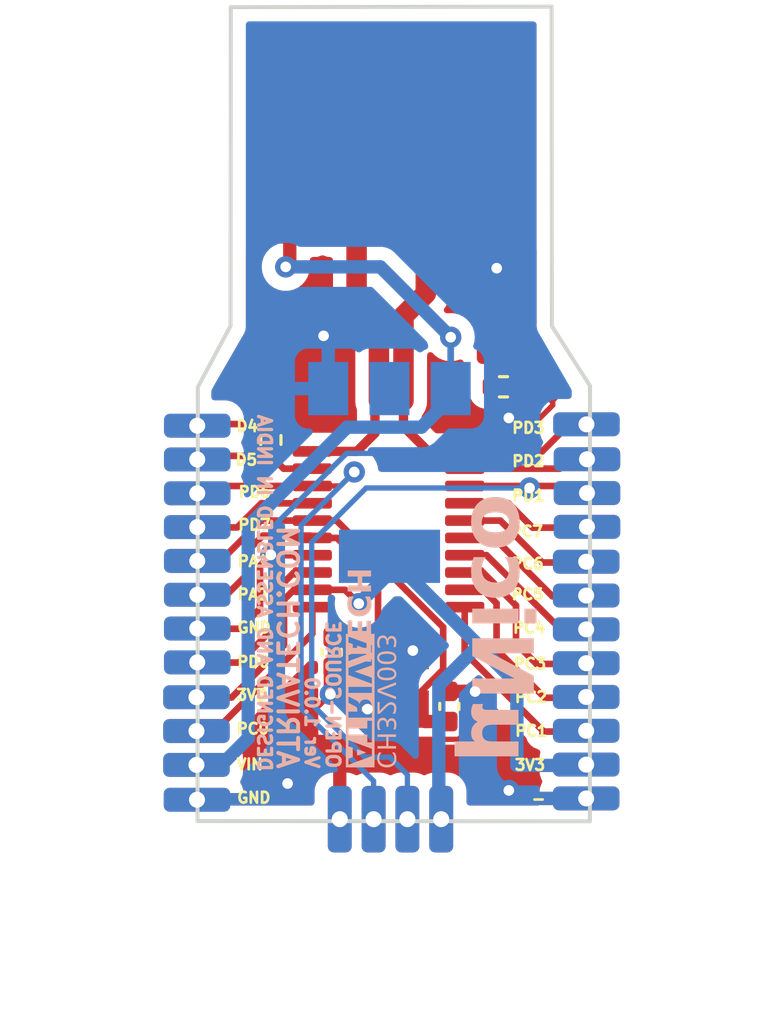
<source format=kicad_pcb>
(kicad_pcb (version 20221018) (generator pcbnew)
  (title_block (title "MICRO NICO") (date "2024-05-15") (rev "1.0.1") (company "AtrivaTECH") (comment 1 "CH32V003"))
  (layers (0 "F.Cu" signal) (31 "B.Cu" signal) (34 "B.Paste" user) (35 "F.Paste" user) (36 "B.SilkS" user "B.Silkscreen") (37 "F.SilkS" user "F.Silkscreen") (38 "B.Mask" user) (39 "F.Mask" user) (44 "Edge.Cuts" user))
  (net 0 "")
  (net 1 "+5V")
  (net 2 "GND")
  (net 3 "+3.3V")
  (net 4 "D-")
  (net 5 "D+")
  (net 6 "DFZ")
  (net 7 "OSCI")
  (net 8 "OSCO")
  (net 9 "PD2")
  (net 10 "PD1")
  (net 11 "PC7")
  (net 12 "PC6")
  (net 13 "PC5")
  (net 14 "PC4")
  (net 15 "PC3")
  (net 16 "PC2")
  (net 17 "PC1")
  (net 18 "PC0")
  (net 19 "PD0")
  (net 20 "PD7")
  (net 21 "PD6")
  (net 22 "Net-(D1-A)")
  (net 23 "Net-(JP1-B)")
  (footprint "Resistor_SMD:R_0402_1005Metric_Pad0.72x0.64mm_HandSolder" (layer "F.Cu") (at 96.4804 62.3072 90)
    (fp_text reference "R1" hide)
    (fp_text value "1.5K")
    (fp_line (start -0.167621 -0.38) (end 0.167621 -0.38) (stroke (width 0.12)) (layer "F.SilkS"))
    (fp_line (start -0.167621 0.38) (end 0.167621 0.38) (stroke (width 0.12)) (layer "F.SilkS"))
    (pad "1" smd roundrect (at -0.5975 0 90) (size 0.715 0.64) (layers "F.Cu" "F.Paste" "F.Mask") (net 6 "DFZ"))
    (pad "2" smd roundrect (at 0.5975 0 90) (size 0.715 0.64) (layers "F.Cu" "F.Paste" "F.Mask") (net 4 "D-"))
  )
  (footprint "pads:pads-1*12" (layer "F.Cu") (at 93.866 73.59)
    (fp_text reference "J3" hide)
    (fp_text value "Conn_01x12_Socket")
    (pad "1" thru_hole roundrect (at -0.16 2.23 180) (size 2.5 0.9) (drill 0.6) (layers "*.Cu" "*.Mask") (net 2 "GND"))
    (pad "2" thru_hole roundrect (at -0.18 0.92 180) (size 2.5 0.9) (drill 0.6) (layers "*.Cu" "*.Mask") (net 1 "+5V"))
    (pad "3" thru_hole roundrect (at -0.18 -0.35 180) (size 2.5 0.9) (drill 0.6) (layers "*.Cu" "*.Mask") (net 18 "PC0"))
    (pad "4" thru_hole roundrect (at -0.18 -1.62 180) (size 2.5 0.9) (drill 0.6) (layers "*.Cu" "*.Mask") (net 3 "+3.3V"))
    (pad "5" thru_hole roundrect (at -0.15 -2.93 180) (size 2.5 0.9) (drill 0.6) (layers "*.Cu" "*.Mask") (net 19 "PD0"))
    (pad "6" thru_hole roundrect (at -0.15 -4.2 180) (size 2.5 0.9) (drill 0.6) (layers "*.Cu" "*.Mask") (net 2 "GND"))
    (pad "7" thru_hole roundrect (at -0.15 -5.47 180) (size 2.5 0.9) (drill 0.6) (layers "*.Cu" "*.Mask") (net 8 "OSCO"))
    (pad "8" thru_hole roundrect (at -0.15 -6.74 180) (size 2.5 0.9) (drill 0.6) (layers "*.Cu" "*.Mask") (net 7 "OSCI"))
    (pad "9" thru_hole roundrect (at -0.15 -8.01 180) (size 2.5 0.9) (drill 0.6) (layers "*.Cu" "*.Mask") (net 20 "PD7"))
    (pad "10" thru_hole roundrect (at -0.15 -9.28 180) (size 2.5 0.9) (drill 0.6) (layers "*.Cu" "*.Mask") (net 21 "PD6"))
    (pad "11" thru_hole roundrect (at -0.15 -10.55 180) (size 2.5 0.9) (drill 0.6) (layers "*.Cu" "*.Mask") (net 6 "DFZ"))
    (pad "12" thru_hole roundrect (at -0.15 -11.82 180) (size 2.5 0.9) (drill 0.6) (layers "*.Cu" "*.Mask") (net 4 "D-"))
  )
  (footprint "Crystal:Crystal_SMD_3225-4Pin_3.2x2.5mm" (layer "F.Cu") (at 100.9644 71.3164 90)
    (fp_text reference "Y1" hide)
    (fp_text value "3225_12Mhz")
    (pad "1" smd rect (at -1.1 0.85 90) (size 1.4 1.2) (layers "F.Cu" "F.Paste" "F.Mask") (net 7 "OSCI"))
    (pad "2" smd rect (at 1.1 0.85 90) (size 1.4 1.2) (layers "F.Cu" "F.Paste" "F.Mask") (net 2 "GND"))
    (pad "3" smd rect (at 1.1 -0.85 90) (size 1.4 1.2) (layers "F.Cu" "F.Paste" "F.Mask") (net 8 "OSCO"))
    (pad "4" smd rect (at -1.1 -0.85 90) (size 1.4 1.2) (layers "F.Cu" "F.Paste" "F.Mask") (net 2 "GND"))
  )
  (footprint "Resistor_SMD:R_0402_1005Metric" (layer "F.Cu") (at 105.22 60.31 180)
    (fp_text reference "R2" hide)
    (fp_text value "220")
    (fp_line (start -0.153641 -0.38) (end 0.153641 -0.38) (stroke (width 0.12)) (layer "F.SilkS"))
    (fp_line (start -0.153641 0.38) (end 0.153641 0.38) (stroke (width 0.12)) (layer "F.SilkS"))
    (pad "1" smd roundrect (at -0.51 0 180) (size 0.54 0.64) (layers "F.Cu" "F.Paste" "F.Mask") (net 23 "Net-(JP1-B)"))
    (pad "2" smd roundrect (at 0.51 0 180) (size 0.54 0.64) (layers "F.Cu" "F.Paste" "F.Mask") (net 22 "Net-(D1-A)"))
  )
  (footprint "Package_SO:TSSOP-20_4.4x6.5mm_P0.65mm" (layer "F.Cu") (at 100.9 65.66)
    (fp_text reference "U1" hide)
    (fp_text value "CH32V003F4P6")
    (pad "1" smd roundrect (at -2.8625 -2.925) (size 1.475 0.4) (layers "F.Cu" "F.Paste" "F.Mask") (net 4 "D-"))
    (pad "2" smd roundrect (at -2.8625 -2.275) (size 1.475 0.4) (layers "F.Cu" "F.Paste" "F.Mask") (net 6 "DFZ"))
    (pad "3" smd roundrect (at -2.8625 -1.625) (size 1.475 0.4) (layers "F.Cu" "F.Paste" "F.Mask") (net 21 "PD6"))
    (pad "4" smd roundrect (at -2.8625 -0.975) (size 1.475 0.4) (layers "F.Cu" "F.Paste" "F.Mask") (net 20 "PD7"))
    (pad "5" smd roundrect (at -2.8625 -0.325) (size 1.475 0.4) (layers "F.Cu" "F.Paste" "F.Mask") (net 7 "OSCI"))
    (pad "6" smd roundrect (at -2.8625 0.325) (size 1.475 0.4) (layers "F.Cu" "F.Paste" "F.Mask") (net 8 "OSCO"))
    (pad "7" smd roundrect (at -2.8625 0.975) (size 1.475 0.4) (layers "F.Cu" "F.Paste" "F.Mask") (net 2 "GND"))
    (pad "8" smd roundrect (at -2.8625 1.625) (size 1.475 0.4) (layers "F.Cu" "F.Paste" "F.Mask") (net 19 "PD0"))
    (pad "9" smd roundrect (at -2.8625 2.275) (size 1.475 0.4) (layers "F.Cu" "F.Paste" "F.Mask") (net 3 "+3.3V"))
    (pad "10" smd roundrect (at -2.8625 2.925) (size 1.475 0.4) (layers "F.Cu" "F.Paste" "F.Mask") (net 18 "PC0"))
    (pad "11" smd roundrect (at 2.8625 2.925) (size 1.475 0.4) (layers "F.Cu" "F.Paste" "F.Mask") (net 17 "PC1"))
    (pad "12" smd roundrect (at 2.8625 2.275) (size 1.475 0.4) (layers "F.Cu" "F.Paste" "F.Mask") (net 16 "PC2"))
    (pad "13" smd roundrect (at 2.8625 1.625) (size 1.475 0.4) (layers "F.Cu" "F.Paste" "F.Mask") (net 15 "PC3"))
    (pad "14" smd roundrect (at 2.8625 0.975) (size 1.475 0.4) (layers "F.Cu" "F.Paste" "F.Mask") (net 14 "PC4"))
    (pad "15" smd roundrect (at 2.8625 0.325) (size 1.475 0.4) (layers "F.Cu" "F.Paste" "F.Mask") (net 13 "PC5"))
    (pad "16" smd roundrect (at 2.8625 -0.325) (size 1.475 0.4) (layers "F.Cu" "F.Paste" "F.Mask") (net 12 "PC6"))
    (pad "17" smd roundrect (at 2.8625 -0.975) (size 1.475 0.4) (layers "F.Cu" "F.Paste" "F.Mask") (net 11 "PC7"))
    (pad "18" smd roundrect (at 2.8625 -1.625) (size 1.475 0.4) (layers "F.Cu" "F.Paste" "F.Mask") (net 10 "PD1"))
    (pad "19" smd roundrect (at 2.8625 -2.275) (size 1.475 0.4) (layers "F.Cu" "F.Paste" "F.Mask") (net 9 "PD2"))
    (pad "20" smd roundrect (at 2.8625 -2.925) (size 1.475 0.4) (layers "F.Cu" "F.Paste" "F.Mask") (net 5 "D+"))
  )
  (footprint "pads:pads__1x04" (layer "F.Cu") (at 104.76 76.73 90)
    (fp_text reference "J4" hide)
    (fp_text value "Conn_01x04_Socket")
    (pad "1" thru_hole roundrect (at 0.18 -1.88 270) (size 2.5 0.9) (drill 0.6) (layers "*.Cu" "*.Mask") (net 3 "+3.3V"))
    (pad "2" thru_hole roundrect (at 0.18 -3.15 270) (size 2.5 0.9) (drill 0.6) (layers "*.Cu" "*.Mask") (net 10 "PD1"))
    (pad "3" thru_hole roundrect (at 0.18 -4.42 270) (size 2.5 0.9) (drill 0.6) (layers "*.Cu" "*.Mask") (net 21 "PD6"))
    (pad "4" thru_hole roundrect (at 0.18 -5.69 270) (size 2.5 0.9) (drill 0.6) (layers "*.Cu" "*.Mask") (net 2 "GND"))
  )
  (footprint "pads:pads-1*12" (layer "F.Cu") (at 108.176 63.95 180)
    (fp_text reference "J2" hide)
    (fp_text value "Conn_01x12_Socket")
    (pad "1" thru_hole roundrect (at -0.16 2.23) (size 2.5 0.9) (drill 0.6) (layers "*.Cu" "*.Mask") (net 5 "D+"))
    (pad "2" thru_hole roundrect (at -0.18 0.92) (size 2.5 0.9) (drill 0.6) (layers "*.Cu" "*.Mask") (net 9 "PD2"))
    (pad "3" thru_hole roundrect (at -0.18 -0.35) (size 2.5 0.9) (drill 0.6) (layers "*.Cu" "*.Mask") (net 10 "PD1"))
    (pad "4" thru_hole roundrect (at -0.18 -1.62) (size 2.5 0.9) (drill 0.6) (layers "*.Cu" "*.Mask") (net 11 "PC7"))
    (pad "5" thru_hole roundrect (at -0.15 -2.93) (size 2.5 0.9) (drill 0.6) (layers "*.Cu" "*.Mask") (net 12 "PC6"))
    (pad "6" thru_hole roundrect (at -0.15 -4.2) (size 2.5 0.9) (drill 0.6) (layers "*.Cu" "*.Mask") (net 13 "PC5"))
    (pad "7" thru_hole roundrect (at -0.15 -5.47) (size 2.5 0.9) (drill 0.6) (layers "*.Cu" "*.Mask") (net 14 "PC4"))
    (pad "8" thru_hole roundrect (at -0.15 -6.74) (size 2.5 0.9) (drill 0.6) (layers "*.Cu" "*.Mask") (net 15 "PC3"))
    (pad "9" thru_hole roundrect (at -0.15 -8.01) (size 2.5 0.9) (drill 0.6) (layers "*.Cu" "*.Mask") (net 16 "PC2"))
    (pad "10" thru_hole roundrect (at -0.15 -9.28) (size 2.5 0.9) (drill 0.6) (layers "*.Cu" "*.Mask") (net 17 "PC1"))
    (pad "11" thru_hole roundrect (at -0.15 -10.55) (size 2.5 0.9) (drill 0.6) (layers "*.Cu" "*.Mask") (net 3 "+3.3V"))
    (pad "12" thru_hole roundrect (at -0.15 -11.82) (size 2.5 0.9) (drill 0.6) (layers "*.Cu" "*.Mask") (net 2 "GND"))
  )
  (footprint "Capacitor_SMD:C_0402_1005Metric_Pad0.74x0.62mm_HandSolder" (layer "F.Cu") (at 98.7664 70.2828 90)
    (fp_text reference "C2" hide)
    (fp_text value "22pF")
    (fp_line (start -0.115835 -0.36) (end 0.115835 -0.36) (stroke (width 0.12)) (layer "F.SilkS"))
    (fp_line (start -0.115835 0.36) (end 0.115835 0.36) (stroke (width 0.12)) (layer "F.SilkS"))
    (pad "1" smd roundrect (at -0.5675 0 90) (size 0.735 0.62) (layers "F.Cu" "F.Paste" "F.Mask") (net 2 "GND"))
    (pad "2" smd roundrect (at 0.5675 0 90) (size 0.735 0.62) (layers "F.Cu" "F.Paste" "F.Mask") (net 8 "OSCO"))
  )
  (footprint "Connectors:usb-PCB" (layer "F.Cu") (at 101.0016 46.0315 180)
    (fp_text reference "J1" hide)
    (fp_text value "USB_A" hide)
    (pad "1" connect rect (at 3.81 -4.9 180) (size 1.9 8) (layers "F.Cu" "F.Mask") (net 1 "+5V"))
    (pad "2" connect rect (at 1.3 -5.15 180) (size 2 7.5) (layers "F.Cu" "F.Mask") (net 4 "D-"))
    (pad "3" connect rect (at -1.3 -5.15 180) (size 2 7.5) (layers "F.Cu" "F.Mask") (net 5 "D+"))
    (pad "4" connect rect (at -3.81 -4.9 180) (size 1.9 8) (layers "F.Cu" "F.Mask") (net 2 "GND"))
  )
  (footprint "jumpers:jumper-2-open" (layer "F.Cu") (at 108.151873 59.215284 135)
    (fp_text reference "JP1" hide)
    (fp_text value "Jumper_2_Open")
    (pad "1" smd roundrect (at -0.2 -1.73 135) (size 0.54 0.64) (layers "F.Cu" "F.Paste" "F.Mask") (net 5 "D+"))
    (pad "2" smd roundrect (at 0.37 -1.73 135) (size 0.54 0.64) (layers "F.Cu" "F.Paste" "F.Mask") (net 23 "Net-(JP1-B)"))
  )
  (footprint "Capacitor_SMD:C_0402_1005Metric_Pad0.74x0.62mm_HandSolder" (layer "F.Cu") (at 103.186 72.3148 -90)
    (fp_text reference "C1" hide)
    (fp_text value "22pF")
    (fp_line (start -0.115835 -0.36) (end 0.115835 -0.36) (stroke (width 0.12)) (layer "F.SilkS"))
    (fp_line (start -0.115835 0.36) (end 0.115835 0.36) (stroke (width 0.12)) (layer "F.SilkS"))
    (pad "1" smd roundrect (at -0.5675 0 270) (size 0.735 0.62) (layers "F.Cu" "F.Paste" "F.Mask") (net 2 "GND"))
    (pad "2" smd roundrect (at 0.5675 0 270) (size 0.735 0.62) (layers "F.Cu" "F.Paste" "F.Mask") (net 7 "OSCI"))
  )
  (footprint "LED_SMD:LED_0603_1608Metric" (layer "F.Cu") (at 105.44 58.98 180)
    (fp_text reference "D1" hide)
    (fp_text value "LED")
    (pad "1" smd roundrect (at -0.7875 0 180) (size 0.875 0.95) (layers "F.Cu" "F.Paste" "F.Mask") (net 2 "GND"))
    (pad "2" smd roundrect (at 0.7875 0 180) (size 0.875 0.95) (layers "F.Cu" "F.Paste" "F.Mask") (net 22 "Net-(D1-A)"))
  )
  (footprint "Package_TO_SOT_SMD:SOT-223-3_TabPin2" (layer "B.Cu") (at 100.9368 63.5268 -90)
    (fp_text reference "U2" hide)
    (fp_text value "AMS1117-3.3" hide)
    (pad "1" smd rect (at -3.15 2.3 270) (size 2 1.5) (layers "B.Cu" "B.Paste" "B.Mask") (net 2 "GND"))
    (pad "2" smd rect (at -3.15 0 270) (size 2 1.5) (layers "B.Cu" "B.Paste" "B.Mask") (net 3 "+3.3V"))
    (pad "2" smd rect (at 3.15 0 270) (size 2 3.8) (layers "B.Cu" "B.Paste" "B.Mask") (net 3 "+3.3V"))
    (pad "3" smd rect (at -3.15 -2.3 270) (size 2 1.5) (layers "B.Cu" "B.Paste" "B.Mask") (net 1 "+5V"))
  )
  (gr_line (start 94.976 46.05) (end 107.026 46.03) (stroke (width 0.15)) (layer "Edge.Cuts"))
  (gr_line (start 107.036 58.03) (end 108.4692 60.2752) (stroke (width 0.15)) (layer "Edge.Cuts"))
  (gr_line (start 94.966 58.02) (end 94.976 46.05) (stroke (width 0.15)) (layer "Edge.Cuts"))
  (gr_line (start 108.4692 60.2752) (end 108.466 76.63) (stroke (width 0.15)) (layer "Edge.Cuts"))
  (gr_line (start 108.466 76.63) (end 93.7254 76.62) (stroke (width 0.15)) (layer "Edge.Cuts"))
  (gr_line (start 93.7372 60.326) (end 93.7254 76.62) (stroke (width 0.15)) (layer "Edge.Cuts"))
  (gr_line (start 94.966 58.02) (end 93.7372 60.326) (stroke (width 0.15)) (layer "Edge.Cuts"))
  (gr_line (start 107.026 46.03) (end 107.036 58.03) (stroke (width 0.15)) (layer "Edge.Cuts"))
  (gr_text "μNico" (at 103.66 74.46 270) (layer "B.SilkS") (effects (font (size 2.27 2.27) (thickness 0.3016) bold italic) (justify left bottom mirror)))
  (gr_text "ATRIVATECH.COM" (at 96.66 74.73 270) (layer "B.SilkS") (effects (font (size 0.746 0.746)) (justify left bottom mirror)))
  (gr_text "DESIGNED AND ASSEMBLED IN INDIA" (at 95.95 74.81 270) (layer "B.SilkS") (effects (font (size 0.492 0.492) (thickness 0.123)) (justify left bottom mirror)))
  (gr_text "TECH" (at 99.22 70.64 270) (layer "B.SilkS") (effects (font (size 0.862 0.862) (thickness 0.2) bold) (justify left bottom mirror)))
  (gr_text "ATRIVA" (at 99.25 74.5095 270) (layer "B.SilkS" knockout) (effects (font (size 0.862 0.862) (thickness 0.2) bold) (justify left bottom mirror)))
  (gr_text "CH32V003" (at 100.37 74.66 270) (layer "B.SilkS") (effects (font (size 0.6842 0.6842) (thickness 0.10755) italic) (justify left bottom mirror)))
  (gr_text "OPEN-SOURCE \nVer 1.0.0" (at 97.73 74.7 270) (layer "B.SilkS") (effects (font (size 0.492 0.492) (thickness 0.123) bold) (justify left bottom mirror)))
  (gr_text "PD0" (at 95.16 70.88) (layer "F.SilkS") (effects (font (size 0.4048 0.4048) (thickness 0.1012)) (justify left bottom)))
  (gr_text "PC6" (at 105.46 67.19) (layer "F.SilkS") (effects (font (size 0.4048 0.4048) (thickness 0.1012)) (justify left bottom)))
  (gr_text "VIN" (at 95.14 74.73) (layer "F.SilkS") (effects (font (size 0.4048 0.4048) (thickness 0.1012)) (justify left bottom)))
  (gr_text "PD7" (at 95.2 65.73) (layer "F.SilkS") (effects (font (size 0.4048 0.4048) (thickness 0.1012)) (justify left bottom)))
  (gr_text "PA2" (at 95.17 68.35) (layer "F.SilkS") (effects (font (size 0.4048 0.4048) (thickness 0.1012)) (justify left bottom)))
  (gr_text "PC1" (at 105.6 73.47) (layer "F.SilkS") (effects (font (size 0.4048 0.4048) (thickness 0.1012)) (justify left bottom)))
  (gr_text "PC4" (at 105.52 69.6) (layer "F.SilkS") (effects (font (size 0.4048 0.4048) (thickness 0.1012)) (justify left bottom)))
  (gr_text "PC0" (at 95.14 73.39) (layer "F.SilkS") (effects (font (size 0.4048 0.4048) (thickness 0.1012)) (justify left bottom)))
  (gr_text "PD1" (at 105.49 64.63) (layer "F.SilkS") (effects (font (size 0.4048 0.4048) (thickness 0.1012)) (justify left bottom)))
  (gr_text "D5" (at 95.1 63.29) (layer "F.SilkS") (effects (font (size 0.4048 0.4048) (thickness 0.1012)) (justify left bottom)))
  (gr_text "D4" (at 95.13 62.03) (layer "F.SilkS") (effects (font (size 0.4048 0.4048) (thickness 0.1012)) (justify left bottom)))
  (gr_text "PD3" (at 105.49 62.09) (layer "F.SilkS") (effects (font (size 0.4048 0.4048) (thickness 0.1012)) (justify left bottom)))
  (gr_text "PA1" (at 95.18 67.1) (layer "F.SilkS") (effects (font (size 0.4048 0.4048) (thickness 0.1012)) (justify left bottom)))
  (gr_text "3V3" (at 95.13 72.12) (layer "F.SilkS") (effects (font (size 0.4048 0.4048) (thickness 0.1012)) (justify left bottom)))
  (gr_text "PC7" (at 105.43 65.98) (layer "F.SilkS") (effects (font (size 0.4048 0.4048) (thickness 0.1012)) (justify left bottom)))
  (gr_text "PD6" (at 95.21 64.5) (layer "F.SilkS") (effects (font (size 0.4048 0.4048) (thickness 0.1012)) (justify left bottom)))
  (gr_text "-" (at 106.22 76.02) (layer "F.SilkS") (effects (font (size 0.4048 0.4048) (thickness 0.1012)) (justify left bottom)))
  (gr_text "GND" (at 95.16 75.98) (layer "F.SilkS") (effects (font (size 0.4048 0.4048) (thickness 0.1012)) (justify left bottom)))
  (gr_text "PC3" (at 105.55 70.95) (layer "F.SilkS") (effects (font (size 0.4048 0.4048) (thickness 0.1012)) (justify left bottom)))
  (gr_text "3V3" (at 105.59 74.75) (layer "F.SilkS") (effects (font (size 0.4048 0.4048) (thickness 0.1012)) (justify left bottom)))
  (gr_text "GND" (at 95.17 69.59) (layer "F.SilkS") (effects (font (size 0.4048 0.4048) (thickness 0.1012)) (justify left bottom)))
  (gr_text "PD2" (at 105.49 63.34) (layer "F.SilkS") (effects (font (size 0.4048 0.4048) (thickness 0.1012)) (justify left bottom)))
  (gr_text "PC2" (at 105.59 72.2) (layer "F.SilkS") (effects (font (size 0.4048 0.4048) (thickness 0.1012)) (justify left bottom)))
  (gr_text "PC5" (at 105.46 68.34) (layer "F.SilkS") (effects (font (size 0.4048 0.4048) (thickness 0.1012)) (justify left bottom)))
  (segment (start 97.1916 50.9315) (end 97.1916 55.6524) (width 0.5) (layer "F.Cu") (net 1))
  (segment (start 97.1916 55.6524) (end 97.0392 55.8048) (width 0.5) (layer "F.Cu") (net 1))
  (via (at 97.0392 55.8048) (size 0.8) (drill 0.4) (layers "F.Cu" "B.Cu") (net 1))
  (via (at 103.2368 58.4464) (size 0.8) (drill 0.4) (layers "F.Cu" "B.Cu") (net 1))
  (segment (start 95.6304 73.506428) (end 94.619129 74.517699) (width 0.5) (layer "B.Cu") (net 1))
  (segment (start 95.6304 65.5396) (end 95.6304 73.506428) (width 0.5) (layer "B.Cu") (net 1))
  (segment (start 97.0392 55.8048) (end 100.5952 55.8048) (width 0.5) (layer "B.Cu") (net 1))
  (segment (start 100.5952 55.8048) (end 103.2368 58.4464) (width 0.5) (layer "B.Cu") (net 1))
  (segment (start 103.2368 60.7268) (end 102.1368 61.8268) (width 0.5) (layer "B.Cu") (net 1))
  (segment (start 103.2368 60.3768) (end 103.2368 60.7268) (width 0.5) (layer "B.Cu") (net 1))
  (segment (start 99.3432 61.8268) (end 95.6304 65.5396) (width 0.5) (layer "B.Cu") (net 1))
  (segment (start 102.1368 61.8268) (end 99.3432 61.8268) (width 0.5) (layer "B.Cu") (net 1))
  (segment (start 103.2368 60.3768) (end 103.2368 58.4464) (width 0.25) (layer "B.Cu") (net 1))
  (segment (start 94.619129 74.517699) (end 94.50379 74.517699) (width 0.5) (layer "B.Cu") (net 1))
  (segment (start 98.7156 70.9011) (end 98.7664 70.8503) (width 0.5) (layer "F.Cu") (net 2))
  (segment (start 104.1512 72.932362) (end 103.533762 73.5498) (width 0.2) (layer "F.Cu") (net 2))
  (segment (start 104.1512 71.756) (end 104.1512 72.932362) (width 0.2) (layer "F.Cu") (net 2))
  (segment (start 98.0375 66.635) (end 96.4902 66.635) (width 0.25) (layer "F.Cu") (net 2))
  (segment (start 98.7156 71.8576) (end 98.7156 70.9011) (width 0.5) (layer "F.Cu") (net 2))
  (segment (start 104.8116 50.9315) (end 104.8116 55.7032) (width 0.5) (layer "F.Cu") (net 2))
  (segment (start 100.1144 72.4164) (end 99.2744 72.4164) (width 0.2) (layer "F.Cu") (net 2))
  (segment (start 100.1144 72.4164) (end 100.1144 72.3164) (width 0.25) (layer "F.Cu") (net 2))
  (segment (start 96.075 68.641) (end 95.317885 69.398115) (width 0.25) (layer "F.Cu") (net 2))
  (segment (start 106.2275 57.1191) (end 104.964 55.8556) (width 0.2) (layer "F.Cu") (net 2))
  (segment (start 103.186 71.7473) (end 104.1425 71.7473) (width 0.5) (layer "F.Cu") (net 2))
  (segment (start 97.32 75) (end 97.11 75.21) (width 0.2) (layer "F.Cu") (net 2))
  (segment (start 106.2275 58.98) (end 106.2275 57.1191) (width 0.2) (layer "F.Cu") (net 2))
  (segment (start 100.1144 72.9244) (end 100.1144 72.4164) (width 0.2) (layer "F.Cu") (net 2))
  (segment (start 100.1144 72.3164) (end 101.8144 70.6164) (width 0.25) (layer "F.Cu") (net 2))
  (segment (start 100.7398 73.5498) (end 100.1144 72.9244) (width 0.2) (layer "F.Cu") (net 2))
  (segment (start 97.11 73.4632) (end 97.11 75.21) (width 0.2) (layer "F.Cu") (net 2))
  (segment (start 103.533762 73.5498) (end 100.7398 73.5498) (width 0.2) (layer "F.Cu") (net 2))
  (segment (start 95.317885 69.398115) (end 94.366096 69.398115) (width 0.25) (layer "F.Cu") (net 2))
  (segment (start 96.4902 66.635) (end 96.4804 66.6252) (width 0.25) (layer "F.Cu") (net 2))
  (segment (start 100.1144 72.4164) (end 100.1144 72.1983) (width 0.5) (layer "F.Cu") (net 2))
  (segment (start 98.7156 71.8576) (end 97.11 73.4632) (width 0.2) (layer "F.Cu") (net 2))
  (segment (start 104.1425 71.7473) (end 104.1512 71.756) (width 0.5) (layer "F.Cu") (net 2))
  (segment (start 96.075 67.0306) (end 96.075 68.641) (width 0.25) (layer "F.Cu") (net 2))
  (segment (start 96.4804 66.6252) (end 96.075 67.0306) (width 0.25) (layer "F.Cu") (net 2))
  (segment (start 101.8144 70.6164) (end 101.8144 70.2164) (width 0.25) (layer "F.Cu") (net 2))
  (segment (start 99.2744 72.4164) (end 98.7156 71.8576) (width 0.2) (layer "F.Cu") (net 2))
  (segment (start 104.8116 55.7032) (end 104.964 55.8556) (width 0.5) (layer "F.Cu") (net 2))
  (via (at 104.1512 71.756) (size 0.8) (drill 0.4) (layers "F.Cu" "B.Cu") (net 2))
  (via (at 96.4804 66.6252) (size 0.8) (drill 0.4) (layers "F.Cu" "B.Cu") (net 2))
  (via (at 100.1144 72.4164) (size 0.8) (drill 0.4) (layers "F.Cu" "B.Cu") (net 2))
  (via (at 98.7156 71.8576) (size 0.8) (drill 0.4) (layers "F.Cu" "B.Cu") (net 2))
  (via (at 105.42 75.47) (size 0.8) (drill 0.4) (layers "F.Cu" "B.Cu") (net 2))
  (via (at 104.964 55.8556) (size 0.8) (drill 0.4) (layers "F.Cu" "B.Cu") (net 2))
  (via (at 98.4616 58.3956) (size 0.8) (drill 0.4) (layers "F.Cu" "B.Cu") (net 2))
  (via (at 97.11 75.21) (size 0.8) (drill 0.4) (layers "F.Cu" "B.Cu") (net 2))
  (via (at 105.42 61.48) (size 0.8) (drill 0.4) (layers "F.Cu" "B.Cu") (net 2))
  (via (at 101.8144 70.2164) (size 0.8) (drill 0.4) (layers "F.Cu" "B.Cu") (net 2))
  (segment (start 98.6368 60.3768) (end 98.6368 58.5708) (width 0.25) (layer "B.Cu") (net 2))
  (segment (start 99.324442 62.809257) (end 104.090743 62.809257) (width 0.2) (layer "B.Cu") (net 2))
  (segment (start 104.090743 62.809257) (end 105.42 61.48) (width 0.2) (layer "B.Cu") (net 2))
  (segment (start 98.6368 58.5708) (end 98.4616 58.3956) (width 0.25) (layer "B.Cu") (net 2))
  (segment (start 96.4804 66.6252) (end 96.4804 65.653299) (width 0.2) (layer "B.Cu") (net 2))
  (segment (start 96.4804 65.653299) (end 99.324442 62.809257) (width 0.2) (layer "B.Cu") (net 2))
  (segment (start 96.975 68.306188) (end 96.975 70.012262) (width 0.25) (layer "F.Cu") (net 3))
  (segment (start 99.2634 67.935) (end 98.0375 67.935) (width 0.25) (layer "F.Cu") (net 3))
  (segment (start 96.975 70.012262) (end 95.009237 71.978025) (width 0.25) (layer "F.Cu") (net 3))
  (segment (start 99.7824 68.454) (end 99.2634 67.935) (width 0.25) (layer "F.Cu") (net 3))
  (segment (start 95.009237 71.978025) (end 94.372493 71.978025) (width 0.25) (layer "F.Cu") (net 3))
  (segment (start 97.346188 67.935) (end 96.975 68.306188) (width 0.25) (layer "F.Cu") (net 3))
  (segment (start 98.0375 67.935) (end 97.346188 67.935) (width 0.25) (layer "F.Cu") (net 3))
  (via (at 99.7824 68.454) (size 0.8) (drill 0.4) (layers "F.Cu" "B.Cu") (net 3))
  (segment (start 102.79 71.52) (end 102.79 75.697) (width 0.5) (layer "B.Cu") (net 3))
  (segment (start 105.723118 71.463118) (end 105.723118 74.53) (width 0.5) (layer "B.Cu") (net 3))
  (segment (start 102.79 75.697) (end 102.88 75.787) (width 0.5) (layer "B.Cu") (net 3))
  (segment (start 100.9368 67.2996) (end 99.7824 68.454) (width 0.5) (layer "B.Cu") (net 3))
  (segment (start 104.285 70.025) (end 102.79 71.52) (width 0.5) (layer "B.Cu") (net 3))
  (segment (start 105.723118 74.53) (end 107.525006 74.53) (width 0.5) (layer "B.Cu") (net 3))
  (segment (start 100.9368 66.6768) (end 105.723118 71.463118) (width 0.5) (layer "B.Cu") (net 3))
  (segment (start 99.7016 51.1815) (end 99.7016 56.806501) (width 0.77) (layer "F.Cu") (net 4))
  (segment (start 96.4804 61.7097) (end 94.439447 61.7097) (width 0.25) (layer "F.Cu") (net 4))
  (segment (start 97.5057 62.735) (end 96.4804 61.7097) (width 0.25) (layer "F.Cu") (net 4))
  (segment (start 100.392 62.0532) (end 100.392 60.9824) (width 0.35) (layer "F.Cu") (net 4))
  (segment (start 98.0375 62.735) (end 97.5057 62.735) (width 0.25) (layer "F.Cu") (net 4))
  (segment (start 99.7102 62.735) (end 100.392 62.0532) (width 0.35) (layer "F.Cu") (net 4))
  (segment (start 94.439447 61.7097) (end 94.369147 61.78) (width 0.25) (layer "F.Cu") (net 4))
  (segment (start 100.392 60.9824) (end 100.5404 60.834) (width 0.25) (layer "F.Cu") (net 4))
  (segment (start 100.5404 57.645301) (end 100.5404 60.834) (width 0.77) (layer "F.Cu") (net 4))
  (segment (start 98.0375 62.735) (end 99.7102 62.735) (width 0.35) (layer "F.Cu") (net 4))
  (segment (start 99.7016 56.806501) (end 100.5404 57.645301) (width 0.77) (layer "F.Cu") (net 4))
  (segment (start 102.3016 51.1815) (end 102.3016 56.806501) (width 0.77) (layer "F.Cu") (net 5))
  (segment (start 101.4628 61.8032) (end 101.4628 60.834) (width 0.35) (layer "F.Cu") (net 5))
  (segment (start 103.7625 62.735) (end 106.14 62.735) (width 0.25) (layer "F.Cu") (net 5))
  (segment (start 106.14 61.93) (end 107.07 61) (width 0.2) (layer "F.Cu") (net 5))
  (segment (start 106.67303 62.735) (end 107.658607 61.749423) (width 0.25) (layer "F.Cu") (net 5))
  (segment (start 103.7625 62.735) (end 102.3946 62.735) (width 0.35) (layer "F.Cu") (net 5))
  (segment (start 107.07 61) (end 107.07 60.58) (width 0.2) (layer "F.Cu") (net 5))
  (segment (start 101.4628 57.645301) (end 101.4628 60.834) (width 0.77) (layer "F.Cu") (net 5))
  (segment (start 102.3016 56.806501) (end 101.4628 57.645301) (width 0.77) (layer "F.Cu") (net 5))
  (segment (start 102.3946 62.735) (end 101.4628 61.8032) (width 0.35) (layer "F.Cu") (net 5))
  (segment (start 106.14 62.735) (end 106.67303 62.735) (width 0.25) (layer "F.Cu") (net 5))
  (segment (start 106.14 62.735) (end 106.14 61.93) (width 0.2) (layer "F.Cu") (net 5))
  (segment (start 96.9607 63.385) (end 96.4804 62.9047) (width 0.25) (layer "F.Cu") (net 6))
  (segment (start 98.0375 63.385) (end 96.9607 63.385) (width 0.25) (layer "F.Cu") (net 6))
  (segment (start 96.4804 62.9047) (end 94.514079 62.9047) (width 0.25) (layer "F.Cu") (net 6))
  (segment (start 94.514079 62.9047) (end 94.368227 63.050552) (width 0.25) (layer "F.Cu") (net 6))
  (segment (start 98.0375 65.335) (end 98.9494 65.335) (width 0.25) (layer "F.Cu") (net 7))
  (segment (start 94.583349 66.86055) (end 94.365468 66.86055) (width 0.25) (layer "F.Cu") (net 7))
  (segment (start 102.952787 70.929895) (end 101.8144 72.068282) (width 0.25) (layer "F.Cu") (net 7))
  (segment (start 101.8144 72.068282) (end 101.8144 72.4164) (width 0.25) (layer "F.Cu") (net 7))
  (segment (start 101.8144 72.4164) (end 102.2803 72.8823) (width 0.5) (layer "F.Cu") (net 7))
  (segment (start 96.108899 65.335) (end 94.583349 66.86055) (width 0.25) (layer "F.Cu") (net 7))
  (segment (start 102.952787 69.338387) (end 102.952787 70.929895) (width 0.25) (layer "F.Cu") (net 7))
  (segment (start 98.9494 65.335) (end 102.952787 69.338387) (width 0.25) (layer "F.Cu") (net 7))
  (segment (start 102.2803 72.8823) (end 103.186 72.8823) (width 0.5) (layer "F.Cu") (net 7))
  (segment (start 98.0375 65.335) (end 96.108899 65.335) (width 0.25) (layer "F.Cu") (net 7))
  (segment (start 98.0375 65.985) (end 98.963004 65.985) (width 0.25) (layer "F.Cu") (net 8))
  (segment (start 98.963004 65.985) (end 100.5074 67.529396) (width 0.25) (layer "F.Cu") (net 8))
  (segment (start 100.1144 70.2164) (end 99.6133 69.7153) (width 0.5) (layer "F.Cu") (net 8))
  (segment (start 98.0375 65.985) (end 97.9527 65.9002) (width 0.25) (layer "F.Cu") (net 8))
  (segment (start 95.625 66.455295) (end 95.625 67.319052) (width 0.25) (layer "F.Cu") (net 8))
  (segment (start 100.5074 67.529396) (end 100.5074 70.3614) (width 0.25) (layer "F.Cu") (net 8))
  (segment (start 94.814052 68.13) (end 94.364549 68.13) (width 0.25) (layer "F.Cu") (net 8))
  (segment (start 97.9527 65.9002) (end 96.180095 65.9002) (width 0.25) (layer "F.Cu") (net 8))
  (segment (start 99.6133 69.7153) (end 98.7664 69.7153) (width 0.5) (layer "F.Cu") (net 8))
  (segment (start 96.180095 65.9002) (end 95.625 66.455295) (width 0.25) (layer "F.Cu") (net 8))
  (segment (start 95.625 67.319052) (end 94.814052 68.13) (width 0.25) (layer "F.Cu") (net 8))
  (segment (start 103.7625 63.385) (end 107.332135 63.385) (width 0.25) (layer "F.Cu") (net 9))
  (segment (start 107.332135 63.385) (end 107.657726 63.059409) (width 0.25) (layer "F.Cu") (net 9))
  (segment (start 103.7625 64.035) (end 104.54 64.035) (width 0.2) (layer "F.Cu") (net 10))
  (segment (start 104.54 64.035) (end 106.125 64.035) (width 0.25) (layer "F.Cu") (net 10))
  (segment (start 106.2 64.11) (end 106.275 64.035) (width 0.25) (layer "F.Cu") (net 10))
  (segment (start 106.275 64.035) (end 107.362463 64.035) (width 0.25) (layer "F.Cu") (net 10))
  (segment (start 107.362463 64.035) (end 107.656871 64.329408) (width 0.25) (layer "F.Cu") (net 10))
  (segment (start 106.125 64.035) (end 106.2 64.11) (width 0.25) (layer "F.Cu") (net 10))
  (via (at 106.2 64.11) (size 0.8) (drill 0.4) (layers "F.Cu" "B.Cu") (net 10))
  (segment (start 106.2 64.11) (end 100.06 64.11) (width 0.2) (layer "B.Cu") (net 10))
  (segment (start 100.008696 74.22) (end 100.95 74.22) (width 0.2) (layer "B.Cu") (net 10))
  (segment (start 101.61 74.88) (end 101.61 75.937) (width 0.2) (layer "B.Cu") (net 10))
  (segment (start 98.0156 72.226904) (end 100.008696 74.22) (width 0.2) (layer "B.Cu") (net 10))
  (segment (start 98.0156 66.1544) (end 98.0156 72.226904) (width 0.2) (layer "B.Cu") (net 10))
  (segment (start 100.06 64.11) (end 98.0156 66.1544) (width 0.2) (layer "B.Cu") (net 10))
  (segment (start 100.95 74.22) (end 101.61 74.88) (width 0.2) (layer "B.Cu") (net 10))
  (segment (start 106.315408 65.599408) (end 107.656016 65.599408) (width 0.25) (layer "F.Cu") (net 11))
  (segment (start 105.401 64.685) (end 106.315408 65.599408) (width 0.25) (layer "F.Cu") (net 11))
  (segment (start 103.7625 64.685) (end 105.401 64.685) (width 0.25) (layer "F.Cu") (net 11))
  (segment (start 103.7625 65.335) (end 105.101 65.335) (width 0.25) (layer "F.Cu") (net 12))
  (segment (start 105.101 65.335) (end 106.675427 66.909427) (width 0.25) (layer "F.Cu") (net 12))
  (segment (start 106.675427 66.909427) (end 107.655134 66.909427) (width 0.25) (layer "F.Cu") (net 12))
  (segment (start 104.865 65.985) (end 107.059427 68.179427) (width 0.25) (layer "F.Cu") (net 13))
  (segment (start 107.059427 68.179427) (end 107.65428 68.179427) (width 0.25) (layer "F.Cu") (net 13))
  (segment (start 103.7625 65.985) (end 104.865 65.985) (width 0.25) (layer "F.Cu") (net 13))
  (segment (start 107.4 69.45) (end 107.653425 69.45) (width 0.25) (layer "F.Cu") (net 14))
  (segment (start 103.7625 66.635) (end 104.585 66.635) (width 0.25) (layer "F.Cu") (net 14))
  (segment (start 104.585 66.635) (end 107.4 69.45) (width 0.25) (layer "F.Cu") (net 14))
  (segment (start 106.459427 70.719427) (end 107.652571 70.719427) (width 0.25) (layer "F.Cu") (net 15))
  (segment (start 105.69 69.95) (end 106.459427 70.719427) (width 0.25) (layer "F.Cu") (net 15))
  (segment (start 105.69 68.521188) (end 105.69 69.95) (width 0.25) (layer "F.Cu") (net 15))
  (segment (start 103.7625 67.285) (end 104.453812 67.285) (width 0.25) (layer "F.Cu") (net 15))
  (segment (start 104.453812 67.285) (end 105.69 68.521188) (width 0.25) (layer "F.Cu") (net 15))
  (segment (start 103.7625 67.935) (end 104.453812 67.935) (width 0.25) (layer "F.Cu") (net 16))
  (segment (start 104.96 68.441188) (end 104.96 70.18) (width 0.25) (layer "F.Cu") (net 16))
  (segment (start 106.769425 71.989425) (end 107.651716 71.989425) (width 0.25) (layer "F.Cu") (net 16))
  (segment (start 104.453812 67.935) (end 104.96 68.441188) (width 0.25) (layer "F.Cu") (net 16))
  (segment (start 104.96 70.18) (end 106.769425 71.989425) (width 0.25) (layer "F.Cu") (net 16))
  (segment (start 106.729425 73.259425) (end 107.650861 73.259425) (width 0.25) (layer "F.Cu") (net 17))
  (segment (start 103.7625 70.2925) (end 106.729425 73.259425) (width 0.25) (layer "F.Cu") (net 17))
  (segment (start 106.656977 73.331873) (end 106.729425 73.259425) (width 0.2) (layer "F.Cu") (net 17))
  (segment (start 103.7625 68.585) (end 103.7625 70.2925) (width 0.25) (layer "F.Cu") (net 17))
  (segment (start 98.0375 69.586158) (end 94.375641 73.248017) (width 0.25) (layer "F.Cu") (net 18))
  (segment (start 98.0375 68.585) (end 98.0375 69.586158) (width 0.25) (layer "F.Cu") (net 18))
  (segment (start 98.0375 67.285) (end 97.346188 67.285) (width 0.25) (layer "F.Cu") (net 19))
  (segment (start 96.525 69.431) (end 95.287892 70.668108) (width 0.25) (layer "F.Cu") (net 19))
  (segment (start 96.525 68.106188) (end 96.525 69.431) (width 0.25) (layer "F.Cu") (net 19))
  (segment (start 97.346188 67.285) (end 96.525 68.106188) (width 0.25) (layer "F.Cu") (net 19))
  (segment (start 95.287892 70.668108) (end 94.369245 70.668108) (width 0.25) (layer "F.Cu") (net 19))
  (segment (start 98.0375 64.685) (end 96.122503 64.685) (width 0.25) (layer "F.Cu") (net 20))
  (segment (start 96.122503 64.685) (end 95.216952 65.590551) (width 0.25) (layer "F.Cu") (net 20))
  (segment (start 95.216952 65.590551) (end 94.366388 65.590551) (width 0.25) (layer "F.Cu") (net 20))
  (segment (start 99.088649 64.035) (end 99.614392 63.509257) (width 0.2) (layer "F.Cu") (net 21))
  (segment (start 94.652858 64.035) (end 94.367307 64.320551) (width 0.25) (layer "F.Cu") (net 21))
  (segment (start 98.0375 64.035) (end 94.652858 64.035) (width 0.25) (layer "F.Cu") (net 21))
  (segment (start 98.0375 64.035) (end 99.088649 64.035) (width 0.2) (layer "F.Cu") (net 21))
  (via (at 99.614392 63.509257) (size 0.8) (drill 0.4) (layers "F.Cu" "B.Cu") (net 21))
  (segment (start 97.6156 65.508049) (end 97.6156 72.39259) (width 0.2) (layer "B.Cu") (net 21))
  (segment (start 100.34 75.11699) (end 100.34 75.937) (width 0.2) (layer "B.Cu") (net 21))
  (segment (start 97.6156 72.39259) (end 100.34 75.11699) (width 0.2) (layer "B.Cu") (net 21))
  (segment (start 99.614392 63.509257) (end 97.6156 65.508049) (width 0.2) (layer "B.Cu") (net 21))
  (segment (start 104.6525 58.98) (end 104.6525 60.2525) (width 0.2) (layer "F.Cu") (net 22))
  (segment (start 104.6525 60.2525) (end 104.71 60.31) (width 0.2) (layer "F.Cu") (net 22))
  (segment (start 106.666949 60.176949) (end 105.863051 60.176949) (width 0.2) (layer "F.Cu") (net 23))
  (segment (start 105.863051 60.176949) (end 105.73 60.31) (width 0.2) (layer "F.Cu") (net 23))
  (zone (net 0) (net_name "") (layer "F.Cu") (connect_pads (clearance 0)) (min_thickness 0.25)
    (keepout (tracks allowed) (vias allowed) (pads allowed) (copperpour not_allowed) (footprints allowed))
    (fill (thermal_gap 0.5) (thermal_bridge_width 0.5))
    (polygon (pts (xy 98.246 69.16) (xy 98.266 73.38) (xy 103.556 73.39) (xy 103.556 69.16)))
  )
  (zone (net 0) (net_name "") (layer "F.Cu") (connect_pads (clearance 0)) (min_thickness 0.25)
    (keepout (tracks allowed) (vias allowed) (pads allowed) (copperpour not_allowed) (footprints allowed))
    (fill (thermal_gap 0.5) (thermal_bridge_width 0.5))
    (polygon (pts (xy 95.306 69.9) (xy 95.006 68.97) (xy 95.676 68.27) (xy 96.096 66.26) (xy 96.716 66.21) (xy 96.196 68.69)))
  )
  (zone (net 2) (net_name "GND") (layers "F&B.Cu") (connect_pads (clearance 0.5)) (min_thickness 0.25) (fill yes (thermal_gap 0.5) (thermal_bridge_width 0.5))
    (polygon (pts (xy 93.736 76.59) (xy 93.726 60.33) (xy 95.036 58.05) (xy 94.986 46.01) (xy 107.056 46) (xy 107.166 57.91) (xy 108.476 60.25) (xy 108.466 76.63)))
  )
)
</source>
